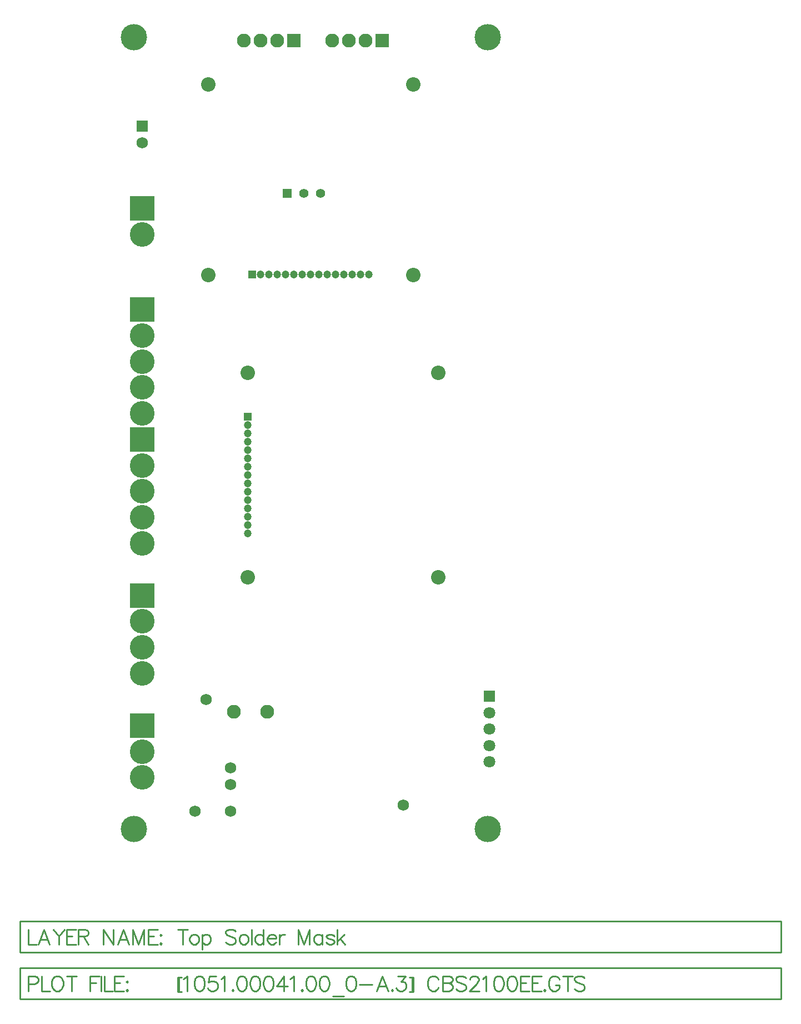
<source format=gts>
G04 Layer_Color=8388736*
%FSLAX24Y24*%
%MOIN*%
G70*
G01*
G75*
%ADD10C,0.0100*%
%ADD53R,0.1480X0.1480*%
%ADD54C,0.1480*%
%ADD55R,0.0474X0.0474*%
%ADD56C,0.0474*%
%ADD57C,0.0867*%
%ADD58R,0.0474X0.0474*%
%ADD59C,0.0680*%
%ADD60C,0.0830*%
%ADD61R,0.0830X0.0830*%
%ADD62R,0.0680X0.0680*%
%ADD63R,0.0552X0.0552*%
%ADD64C,0.0552*%
%ADD65C,0.1580*%
%ADD66R,0.0710X0.0710*%
%ADD67C,0.0710*%
D10*
X-4952Y-6455D02*
X40728D01*
X-4952Y-8305D02*
Y-6455D01*
Y-8305D02*
X40728D01*
Y-6455D01*
Y-5505D02*
Y-3655D01*
X-4952Y-5505D02*
X40728D01*
X-4952D02*
Y-3655D01*
X40728D01*
X4528Y-7021D02*
Y-7878D01*
X4570Y-7021D02*
Y-7878D01*
X4528Y-7021D02*
X4742D01*
X4528Y-7878D02*
X4742D01*
X4857Y-7107D02*
X4943Y-7064D01*
X5072Y-6935D01*
Y-7835D01*
X5774Y-6935D02*
X5646Y-6978D01*
X5560Y-7107D01*
X5517Y-7321D01*
Y-7449D01*
X5560Y-7664D01*
X5646Y-7792D01*
X5774Y-7835D01*
X5860D01*
X5989Y-7792D01*
X6074Y-7664D01*
X6117Y-7449D01*
Y-7321D01*
X6074Y-7107D01*
X5989Y-6978D01*
X5860Y-6935D01*
X5774D01*
X6833D02*
X6404D01*
X6361Y-7321D01*
X6404Y-7278D01*
X6533Y-7235D01*
X6661D01*
X6790Y-7278D01*
X6876Y-7364D01*
X6918Y-7492D01*
Y-7578D01*
X6876Y-7706D01*
X6790Y-7792D01*
X6661Y-7835D01*
X6533D01*
X6404Y-7792D01*
X6361Y-7749D01*
X6319Y-7664D01*
X7120Y-7107D02*
X7206Y-7064D01*
X7334Y-6935D01*
Y-7835D01*
X7823Y-7749D02*
X7780Y-7792D01*
X7823Y-7835D01*
X7865Y-7792D01*
X7823Y-7749D01*
X8320Y-6935D02*
X8191Y-6978D01*
X8105Y-7107D01*
X8063Y-7321D01*
Y-7449D01*
X8105Y-7664D01*
X8191Y-7792D01*
X8320Y-7835D01*
X8405D01*
X8534Y-7792D01*
X8620Y-7664D01*
X8662Y-7449D01*
Y-7321D01*
X8620Y-7107D01*
X8534Y-6978D01*
X8405Y-6935D01*
X8320D01*
X9121D02*
X8992Y-6978D01*
X8907Y-7107D01*
X8864Y-7321D01*
Y-7449D01*
X8907Y-7664D01*
X8992Y-7792D01*
X9121Y-7835D01*
X9207D01*
X9335Y-7792D01*
X9421Y-7664D01*
X9464Y-7449D01*
Y-7321D01*
X9421Y-7107D01*
X9335Y-6978D01*
X9207Y-6935D01*
X9121D01*
X9922D02*
X9794Y-6978D01*
X9708Y-7107D01*
X9665Y-7321D01*
Y-7449D01*
X9708Y-7664D01*
X9794Y-7792D01*
X9922Y-7835D01*
X10008D01*
X10136Y-7792D01*
X10222Y-7664D01*
X10265Y-7449D01*
Y-7321D01*
X10222Y-7107D01*
X10136Y-6978D01*
X10008Y-6935D01*
X9922D01*
X10895D02*
X10466Y-7535D01*
X11109D01*
X10895Y-6935D02*
Y-7835D01*
X11268Y-7107D02*
X11353Y-7064D01*
X11482Y-6935D01*
Y-7835D01*
X11970Y-7749D02*
X11927Y-7792D01*
X11970Y-7835D01*
X12013Y-7792D01*
X11970Y-7749D01*
X12467Y-6935D02*
X12339Y-6978D01*
X12253Y-7107D01*
X12210Y-7321D01*
Y-7449D01*
X12253Y-7664D01*
X12339Y-7792D01*
X12467Y-7835D01*
X12553D01*
X12682Y-7792D01*
X12767Y-7664D01*
X12810Y-7449D01*
Y-7321D01*
X12767Y-7107D01*
X12682Y-6978D01*
X12553Y-6935D01*
X12467D01*
X13269D02*
X13140Y-6978D01*
X13054Y-7107D01*
X13011Y-7321D01*
Y-7449D01*
X13054Y-7664D01*
X13140Y-7792D01*
X13269Y-7835D01*
X13354D01*
X13483Y-7792D01*
X13568Y-7664D01*
X13611Y-7449D01*
Y-7321D01*
X13568Y-7107D01*
X13483Y-6978D01*
X13354Y-6935D01*
X13269D01*
X13813Y-8135D02*
X14498D01*
X14871Y-6935D02*
X14743Y-6978D01*
X14657Y-7107D01*
X14614Y-7321D01*
Y-7449D01*
X14657Y-7664D01*
X14743Y-7792D01*
X14871Y-7835D01*
X14957D01*
X15085Y-7792D01*
X15171Y-7664D01*
X15214Y-7449D01*
Y-7321D01*
X15171Y-7107D01*
X15085Y-6978D01*
X14957Y-6935D01*
X14871D01*
X15415Y-7449D02*
X16186D01*
X17138Y-7835D02*
X16795Y-6935D01*
X16452Y-7835D01*
X16581Y-7535D02*
X17009D01*
X17391Y-7749D02*
X17348Y-7792D01*
X17391Y-7835D01*
X17433Y-7792D01*
X17391Y-7749D01*
X17716Y-6935D02*
X18187D01*
X17930Y-7278D01*
X18059D01*
X18145Y-7321D01*
X18187Y-7364D01*
X18230Y-7492D01*
Y-7578D01*
X18187Y-7706D01*
X18102Y-7792D01*
X17973Y-7835D01*
X17845D01*
X17716Y-7792D01*
X17673Y-7749D01*
X17630Y-7664D01*
X18603Y-7021D02*
Y-7878D01*
X18646Y-7021D02*
Y-7878D01*
X18432Y-7021D02*
X18646D01*
X18432Y-7878D02*
X18646D01*
X20159Y-7149D02*
X20116Y-7064D01*
X20030Y-6978D01*
X19944Y-6935D01*
X19773D01*
X19687Y-6978D01*
X19601Y-7064D01*
X19559Y-7149D01*
X19516Y-7278D01*
Y-7492D01*
X19559Y-7621D01*
X19601Y-7706D01*
X19687Y-7792D01*
X19773Y-7835D01*
X19944D01*
X20030Y-7792D01*
X20116Y-7706D01*
X20159Y-7621D01*
X20411Y-6935D02*
Y-7835D01*
Y-6935D02*
X20797D01*
X20925Y-6978D01*
X20968Y-7021D01*
X21011Y-7107D01*
Y-7192D01*
X20968Y-7278D01*
X20925Y-7321D01*
X20797Y-7364D01*
X20411D02*
X20797D01*
X20925Y-7407D01*
X20968Y-7449D01*
X21011Y-7535D01*
Y-7664D01*
X20968Y-7749D01*
X20925Y-7792D01*
X20797Y-7835D01*
X20411D01*
X21812Y-7064D02*
X21727Y-6978D01*
X21598Y-6935D01*
X21427D01*
X21298Y-6978D01*
X21213Y-7064D01*
Y-7149D01*
X21255Y-7235D01*
X21298Y-7278D01*
X21384Y-7321D01*
X21641Y-7407D01*
X21727Y-7449D01*
X21770Y-7492D01*
X21812Y-7578D01*
Y-7706D01*
X21727Y-7792D01*
X21598Y-7835D01*
X21427D01*
X21298Y-7792D01*
X21213Y-7706D01*
X22057Y-7149D02*
Y-7107D01*
X22100Y-7021D01*
X22142Y-6978D01*
X22228Y-6935D01*
X22399D01*
X22485Y-6978D01*
X22528Y-7021D01*
X22571Y-7107D01*
Y-7192D01*
X22528Y-7278D01*
X22442Y-7407D01*
X22014Y-7835D01*
X22614D01*
X22815Y-7107D02*
X22901Y-7064D01*
X23029Y-6935D01*
Y-7835D01*
X23732Y-6935D02*
X23603Y-6978D01*
X23518Y-7107D01*
X23475Y-7321D01*
Y-7449D01*
X23518Y-7664D01*
X23603Y-7792D01*
X23732Y-7835D01*
X23818D01*
X23946Y-7792D01*
X24032Y-7664D01*
X24075Y-7449D01*
Y-7321D01*
X24032Y-7107D01*
X23946Y-6978D01*
X23818Y-6935D01*
X23732D01*
X24533D02*
X24405Y-6978D01*
X24319Y-7107D01*
X24276Y-7321D01*
Y-7449D01*
X24319Y-7664D01*
X24405Y-7792D01*
X24533Y-7835D01*
X24619D01*
X24748Y-7792D01*
X24833Y-7664D01*
X24876Y-7449D01*
Y-7321D01*
X24833Y-7107D01*
X24748Y-6978D01*
X24619Y-6935D01*
X24533D01*
X25634D02*
X25077D01*
Y-7835D01*
X25634D01*
X25077Y-7364D02*
X25420D01*
X26341Y-6935D02*
X25784D01*
Y-7835D01*
X26341D01*
X25784Y-7364D02*
X26127D01*
X26534Y-7749D02*
X26491Y-7792D01*
X26534Y-7835D01*
X26577Y-7792D01*
X26534Y-7749D01*
X27417Y-7149D02*
X27374Y-7064D01*
X27288Y-6978D01*
X27203Y-6935D01*
X27031D01*
X26946Y-6978D01*
X26860Y-7064D01*
X26817Y-7149D01*
X26774Y-7278D01*
Y-7492D01*
X26817Y-7621D01*
X26860Y-7706D01*
X26946Y-7792D01*
X27031Y-7835D01*
X27203D01*
X27288Y-7792D01*
X27374Y-7706D01*
X27417Y-7621D01*
Y-7492D01*
X27203D02*
X27417D01*
X27923Y-6935D02*
Y-7835D01*
X27623Y-6935D02*
X28222D01*
X28929Y-7064D02*
X28844Y-6978D01*
X28715Y-6935D01*
X28544D01*
X28415Y-6978D01*
X28330Y-7064D01*
Y-7149D01*
X28372Y-7235D01*
X28415Y-7278D01*
X28501Y-7321D01*
X28758Y-7407D01*
X28844Y-7449D01*
X28887Y-7492D01*
X28929Y-7578D01*
Y-7706D01*
X28844Y-7792D01*
X28715Y-7835D01*
X28544D01*
X28415Y-7792D01*
X28330Y-7706D01*
X-4462Y-7407D02*
X-4077D01*
X-3948Y-7364D01*
X-3905Y-7321D01*
X-3863Y-7235D01*
Y-7107D01*
X-3905Y-7021D01*
X-3948Y-6978D01*
X-4077Y-6935D01*
X-4462D01*
Y-7835D01*
X-3661Y-6935D02*
Y-7835D01*
X-3147D01*
X-2791Y-6935D02*
X-2877Y-6978D01*
X-2963Y-7064D01*
X-3006Y-7149D01*
X-3048Y-7278D01*
Y-7492D01*
X-3006Y-7621D01*
X-2963Y-7706D01*
X-2877Y-7792D01*
X-2791Y-7835D01*
X-2620D01*
X-2534Y-7792D01*
X-2449Y-7706D01*
X-2406Y-7621D01*
X-2363Y-7492D01*
Y-7278D01*
X-2406Y-7149D01*
X-2449Y-7064D01*
X-2534Y-6978D01*
X-2620Y-6935D01*
X-2791D01*
X-1853D02*
Y-7835D01*
X-2153Y-6935D02*
X-1553D01*
X-739D02*
Y-7835D01*
Y-6935D02*
X-182D01*
X-739Y-7364D02*
X-396D01*
X-79Y-6935D02*
Y-7835D01*
X109Y-6935D02*
Y-7835D01*
X624D01*
X1279Y-6935D02*
X722D01*
Y-7835D01*
X1279D01*
X722Y-7364D02*
X1065D01*
X1472Y-7235D02*
X1429Y-7278D01*
X1472Y-7321D01*
X1515Y-7278D01*
X1472Y-7235D01*
Y-7749D02*
X1429Y-7792D01*
X1472Y-7835D01*
X1515Y-7792D01*
X1472Y-7749D01*
X-4462Y-4135D02*
Y-5035D01*
X-3948D01*
X-3164D02*
X-3507Y-4135D01*
X-3850Y-5035D01*
X-3721Y-4735D02*
X-3293D01*
X-2954Y-4135D02*
X-2611Y-4564D01*
Y-5035D01*
X-2269Y-4135D02*
X-2611Y-4564D01*
X-1596Y-4135D02*
X-2153D01*
Y-5035D01*
X-1596D01*
X-2153Y-4564D02*
X-1810D01*
X-1446Y-4135D02*
Y-5035D01*
Y-4135D02*
X-1060D01*
X-932Y-4178D01*
X-889Y-4221D01*
X-846Y-4307D01*
Y-4392D01*
X-889Y-4478D01*
X-932Y-4521D01*
X-1060Y-4564D01*
X-1446D01*
X-1146D02*
X-846Y-5035D01*
X62Y-4135D02*
Y-5035D01*
Y-4135D02*
X662Y-5035D01*
Y-4135D02*
Y-5035D01*
X1596D02*
X1253Y-4135D01*
X911Y-5035D01*
X1039Y-4735D02*
X1468D01*
X1806Y-4135D02*
Y-5035D01*
Y-4135D02*
X2149Y-5035D01*
X2492Y-4135D02*
X2149Y-5035D01*
X2492Y-4135D02*
Y-5035D01*
X3306Y-4135D02*
X2749D01*
Y-5035D01*
X3306D01*
X2749Y-4564D02*
X3092D01*
X3499Y-4435D02*
X3456Y-4478D01*
X3499Y-4521D01*
X3542Y-4478D01*
X3499Y-4435D01*
Y-4949D02*
X3456Y-4992D01*
X3499Y-5035D01*
X3542Y-4992D01*
X3499Y-4949D01*
X4827Y-4135D02*
Y-5035D01*
X4528Y-4135D02*
X5127D01*
X5449Y-4435D02*
X5363Y-4478D01*
X5277Y-4564D01*
X5235Y-4692D01*
Y-4778D01*
X5277Y-4906D01*
X5363Y-4992D01*
X5449Y-5035D01*
X5577D01*
X5663Y-4992D01*
X5749Y-4906D01*
X5792Y-4778D01*
Y-4692D01*
X5749Y-4564D01*
X5663Y-4478D01*
X5577Y-4435D01*
X5449D01*
X5989D02*
Y-5335D01*
Y-4564D02*
X6074Y-4478D01*
X6160Y-4435D01*
X6289D01*
X6374Y-4478D01*
X6460Y-4564D01*
X6503Y-4692D01*
Y-4778D01*
X6460Y-4906D01*
X6374Y-4992D01*
X6289Y-5035D01*
X6160D01*
X6074Y-4992D01*
X5989Y-4906D01*
X8003Y-4264D02*
X7917Y-4178D01*
X7788Y-4135D01*
X7617D01*
X7488Y-4178D01*
X7403Y-4264D01*
Y-4349D01*
X7446Y-4435D01*
X7488Y-4478D01*
X7574Y-4521D01*
X7831Y-4607D01*
X7917Y-4649D01*
X7960Y-4692D01*
X8003Y-4778D01*
Y-4906D01*
X7917Y-4992D01*
X7788Y-5035D01*
X7617D01*
X7488Y-4992D01*
X7403Y-4906D01*
X8418Y-4435D02*
X8332Y-4478D01*
X8247Y-4564D01*
X8204Y-4692D01*
Y-4778D01*
X8247Y-4906D01*
X8332Y-4992D01*
X8418Y-5035D01*
X8547D01*
X8632Y-4992D01*
X8718Y-4906D01*
X8761Y-4778D01*
Y-4692D01*
X8718Y-4564D01*
X8632Y-4478D01*
X8547Y-4435D01*
X8418D01*
X8958Y-4135D02*
Y-5035D01*
X9661Y-4135D02*
Y-5035D01*
Y-4564D02*
X9575Y-4478D01*
X9489Y-4435D01*
X9361D01*
X9275Y-4478D01*
X9189Y-4564D01*
X9147Y-4692D01*
Y-4778D01*
X9189Y-4906D01*
X9275Y-4992D01*
X9361Y-5035D01*
X9489D01*
X9575Y-4992D01*
X9661Y-4906D01*
X9901Y-4692D02*
X10415D01*
Y-4607D01*
X10372Y-4521D01*
X10329Y-4478D01*
X10243Y-4435D01*
X10115D01*
X10029Y-4478D01*
X9944Y-4564D01*
X9901Y-4692D01*
Y-4778D01*
X9944Y-4906D01*
X10029Y-4992D01*
X10115Y-5035D01*
X10243D01*
X10329Y-4992D01*
X10415Y-4906D01*
X10608Y-4435D02*
Y-5035D01*
Y-4692D02*
X10651Y-4564D01*
X10736Y-4478D01*
X10822Y-4435D01*
X10950D01*
X11739Y-4135D02*
Y-5035D01*
Y-4135D02*
X12082Y-5035D01*
X12424Y-4135D02*
X12082Y-5035D01*
X12424Y-4135D02*
Y-5035D01*
X13196Y-4435D02*
Y-5035D01*
Y-4564D02*
X13110Y-4478D01*
X13024Y-4435D01*
X12896D01*
X12810Y-4478D01*
X12724Y-4564D01*
X12682Y-4692D01*
Y-4778D01*
X12724Y-4906D01*
X12810Y-4992D01*
X12896Y-5035D01*
X13024D01*
X13110Y-4992D01*
X13196Y-4906D01*
X13907Y-4564D02*
X13864Y-4478D01*
X13736Y-4435D01*
X13607D01*
X13478Y-4478D01*
X13436Y-4564D01*
X13478Y-4649D01*
X13564Y-4692D01*
X13778Y-4735D01*
X13864Y-4778D01*
X13907Y-4864D01*
Y-4906D01*
X13864Y-4992D01*
X13736Y-5035D01*
X13607D01*
X13478Y-4992D01*
X13436Y-4906D01*
X14096Y-4135D02*
Y-5035D01*
X14524Y-4435D02*
X14096Y-4864D01*
X14267Y-4692D02*
X14567Y-5035D01*
D53*
X2400Y33047D02*
D03*
Y25252D02*
D03*
Y39100D02*
D03*
Y15898D02*
D03*
Y8087D02*
D03*
D54*
Y31488D02*
D03*
Y29929D02*
D03*
Y28370D02*
D03*
Y26811D02*
D03*
Y23693D02*
D03*
Y22134D02*
D03*
Y20575D02*
D03*
Y19016D02*
D03*
Y37541D02*
D03*
Y14339D02*
D03*
Y12780D02*
D03*
Y11220D02*
D03*
Y4969D02*
D03*
Y6528D02*
D03*
D55*
X8734Y26622D02*
D03*
D56*
Y26122D02*
D03*
Y25622D02*
D03*
Y25122D02*
D03*
Y24622D02*
D03*
Y24122D02*
D03*
Y23622D02*
D03*
Y23122D02*
D03*
Y22622D02*
D03*
Y22122D02*
D03*
Y21622D02*
D03*
Y21122D02*
D03*
Y20622D02*
D03*
Y20122D02*
D03*
Y19622D02*
D03*
X9500Y35135D02*
D03*
X10000D02*
D03*
X10500D02*
D03*
X11000D02*
D03*
X11500D02*
D03*
X12000D02*
D03*
X12500D02*
D03*
X13000D02*
D03*
X13500D02*
D03*
X14000D02*
D03*
X14500D02*
D03*
X15000D02*
D03*
X15500D02*
D03*
X16000D02*
D03*
D57*
X20147Y29263D02*
D03*
X8730D02*
D03*
X20147Y16980D02*
D03*
X8730D02*
D03*
X6358Y46549D02*
D03*
Y35131D02*
D03*
X18642Y46549D02*
D03*
Y35131D02*
D03*
D58*
X9000Y35135D02*
D03*
D59*
X6228Y9659D02*
D03*
X7670Y4560D02*
D03*
Y5560D02*
D03*
X2400Y43051D02*
D03*
X5561Y2958D02*
D03*
X7671D02*
D03*
X18041Y3318D02*
D03*
D60*
X7900Y8930D02*
D03*
X9900D02*
D03*
X15790Y49180D02*
D03*
X14790D02*
D03*
X13790D02*
D03*
X10500D02*
D03*
X9500D02*
D03*
X8500D02*
D03*
D61*
X16790D02*
D03*
X11500D02*
D03*
D62*
X2400Y44051D02*
D03*
D63*
X11080Y40010D02*
D03*
D64*
X12080D02*
D03*
X13080D02*
D03*
D65*
X23120Y49370D02*
D03*
Y1880D02*
D03*
X1880D02*
D03*
Y49370D02*
D03*
D66*
X23228Y9843D02*
D03*
D67*
Y8858D02*
D03*
Y7874D02*
D03*
Y6890D02*
D03*
Y5906D02*
D03*
M02*

</source>
